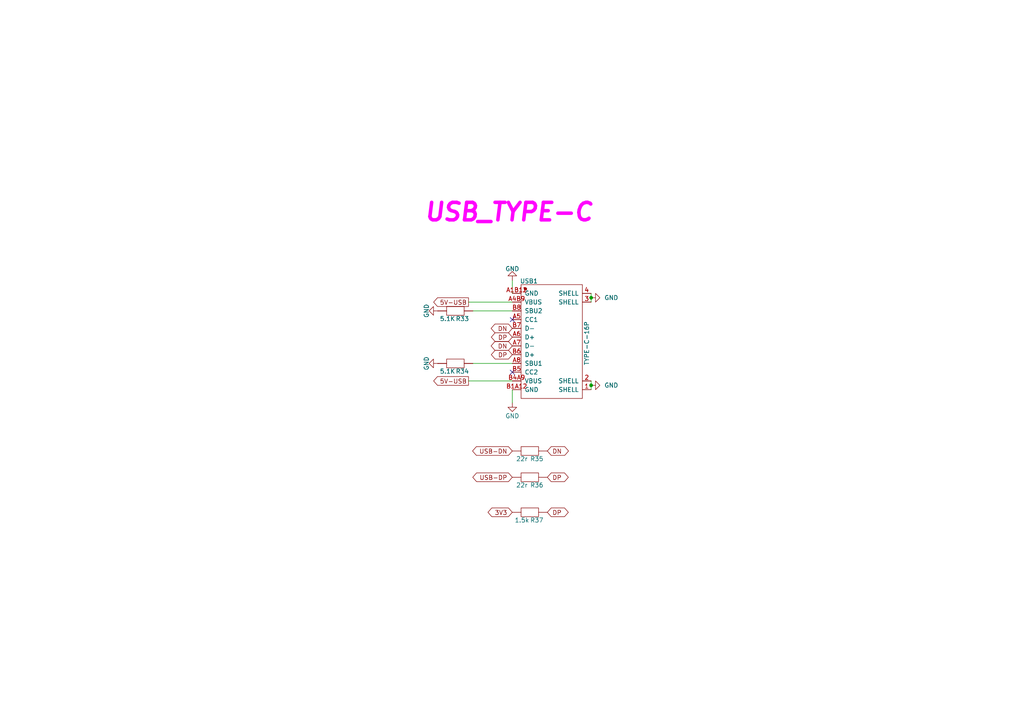
<source format=kicad_sch>
(kicad_sch (version 20231120) (generator "eeschema") (generator_version "8.0")
  (paper "A4")
  (title_block (title "USB") (date "2025-01-24") (rev "Dennis_Re_Yoonjiho"))
  (lib_symbols
    (symbol "Ts_Foc_Vo符号库:RES" (pin_numbers hide) (pin_names (offset 1.016) hide)
      (property "Reference" "R" (at -2.286 2.032 0))
      (property "Value" "Value" (at 2.286 2.032 0))
      (symbol "RES_1_1"
        (rectangle (start -2.54 1.27) (end 2.54 -1.27) (stroke (width 0.1524)))
        (pin input line (at -5.08 0 0) (length 2.54) (name "1") (number "1"))
        (pin input line (at 5.08 0 180) (length 2.54) (name "2") (number "2"))
      )
    )
    (symbol "Ts_Foc_Vo符号库:TYPE-C-16P" (pin_names (offset 1.016))
      (property "Reference" "USB" (at -8.382 18.796 0))
      (property "Value" "TYPE-C-16P" (at 9.398 1.27 90))
      (symbol "TYPE-C-16P_1_1"
        (rectangle (start -10.16 17.78) (end 7.62 -15.24) (stroke (width 0.1524)))
        (circle (center -8.89 16.51) (radius 0.381) (stroke (width 0.1524)) (fill (type outline)))
        (pin input line (at 10.16 -12.7 180) (length 2.54) (name "SHELL") (number "1"))
        (pin input line (at 10.16 -10.16 180) (length 2.54) (name "SHELL") (number "2"))
        (pin input line (at 10.16 12.7 180) (length 2.54) (name "SHELL") (number "3"))
        (pin input line (at 10.16 15.24 180) (length 2.54) (name "SHELL") (number "4"))
        (pin input line (at -12.7 15.24 0) (length 2.54) (name "GND") (number "A1B12"))
        (pin input line (at -12.7 12.7 0) (length 2.54) (name "VBUS") (number "A4B9"))
        (pin input line (at -12.7 7.62 0) (length 2.54) (name "CC1") (number "A5"))
        (pin input line (at -12.7 2.54 0) (length 2.54) (name "D+") (number "A6"))
        (pin input line (at -12.7 0 0) (length 2.54) (name "D-") (number "A7"))
        (pin input line (at -12.7 -5.08 0) (length 2.54) (name "SBU1") (number "A8"))
        (pin input line (at -12.7 -12.7 0) (length 2.54) (name "GND") (number "B1A12"))
        (pin input line (at -12.7 -10.16 0) (length 2.54) (name "VBUS") (number "B4A9"))
        (pin input line (at -12.7 -7.62 0) (length 2.54) (name "CC2") (number "B5"))
        (pin input line (at -12.7 -2.54 0) (length 2.54) (name "D+") (number "B6"))
        (pin input line (at -12.7 5.08 0) (length 2.54) (name "D-") (number "B7"))
        (pin input line (at -12.7 10.16 0) (length 2.54) (name "SBU2") (number "B8"))
      )
    )
    (symbol "power:GND" (power) (pin_numbers hide) (pin_names (offset 0) hide)
      (property "Value" "GND" (at 0 -3.81 0))
      (symbol "GND_0_1"
        (polyline (pts (xy 0 0) (xy 0 -1.27) (xy 1.27 -1.27) (xy 0 -2.54) (xy -1.27 -1.27) (xy 0 -1.27)))
      )
      (symbol "GND_1_1"
        (pin power_in line (at 0 0 270) (length 0) (name "~") (number "1"))
      )
    )
  )
  (junction (at 171.45 86.36))
  (junction (at 171.45 111.76))
  (no_connect (at 148.59 107.95))
  (no_connect (at 148.59 92.71))
  (wire (pts (xy 171.45 111.76) (xy 171.45 113.03)))
  (wire (pts (xy 171.45 85.09) (xy 171.45 86.36)))
  (wire (pts (xy 148.59 81.28) (xy 148.59 85.09)))
  (wire (pts (xy 137.16 90.17) (xy 148.59 90.17)))
  (wire (pts (xy 135.89 87.63) (xy 148.59 87.63)))
  (wire (pts (xy 135.89 110.49) (xy 148.59 110.49)))
  (wire (pts (xy 171.45 110.49) (xy 171.45 111.76)))
  (wire (pts (xy 171.45 86.36) (xy 171.45 87.63)))
  (wire (pts (xy 137.16 105.41) (xy 148.59 105.41)))
  (wire (pts (xy 148.59 116.84) (xy 148.59 113.03)))
  (text "USB_TYPE-C" (exclude_from_sim yes) (at 147.574 61.722 0) (effects (font (size 5.08 5.08) (thickness 1.016) (bold yes) (italic yes))))
  (global_label "DN" (shape bidirectional) (at 148.59 95.25 180) (property "Intersheetrefs" "${INTERSHEET_REFS}" (effects (hide yes))))
  (global_label "DP" (shape bidirectional) (at 148.59 102.87 180) (property "Intersheetrefs" "${INTERSHEET_REFS}" (effects (hide yes))))
  (global_label "5V-USB" (shape output) (at 135.89 110.49 180) (property "Intersheetrefs" "${INTERSHEET_REFS}" (effects (hide yes))))
  (global_label "USB-DP" (shape bidirectional) (at 148.59 138.43 180) (property "Intersheetrefs" "${INTERSHEET_REFS}" (effects (hide yes))))
  (global_label "USB-DN" (shape bidirectional) (at 148.59 130.81 180) (property "Intersheetrefs" "${INTERSHEET_REFS}" (effects (hide yes))))
  (global_label "3V3" (shape bidirectional) (at 148.59 148.59 180) (property "Intersheetrefs" "${INTERSHEET_REFS}" (effects (hide yes))))
  (global_label "DP" (shape bidirectional) (at 158.75 138.43 0) (property "Intersheetrefs" "${INTERSHEET_REFS}" (effects (hide yes))))
  (global_label "DN" (shape bidirectional) (at 158.75 130.81 0) (property "Intersheetrefs" "${INTERSHEET_REFS}" (effects (hide yes))))
  (global_label "5V-USB" (shape output) (at 135.89 87.63 180) (property "Intersheetrefs" "${INTERSHEET_REFS}" (effects (hide yes))))
  (global_label "DN" (shape bidirectional) (at 148.59 100.33 180) (property "Intersheetrefs" "${INTERSHEET_REFS}" (effects (hide yes))))
  (global_label "DP" (shape bidirectional) (at 158.75 148.59 0) (property "Intersheetrefs" "${INTERSHEET_REFS}" (effects (hide yes))))
  (global_label "DP" (shape bidirectional) (at 148.59 97.79 180) (property "Intersheetrefs" "${INTERSHEET_REFS}" (effects (hide yes))))
  (symbol (lib_id "power:GND") (at 148.59 81.28 180) (unit 1)
    (property "Reference" "#PWR042" (effects (hide yes)))
    (property "Value" "GND" (at 148.59 77.978 0))
    (property "Description" "Power symbol creates a global label with name \"GND\" , ground" (effects (hide yes)))
  )
  (symbol (lib_id "Ts_Foc_Vo符号库:RES") (at 153.67 148.59 0) (unit 1)
    (property "Reference" "R37" (at 155.702 150.876 0))
    (property "Value" "1.5k" (at 151.384 150.876 0))
    (property "Footprint" "Ts_Foc_Vo封装库:Res_0402" (effects (hide yes)))
    (property "SuppliersPartNumber" "C5200633" (effects (hide yes)))
    (property "uuid" "std:0c78b8f437b74d4badbc2695159e48f2" (effects (hide yes)))
  )
  (symbol (lib_id "Ts_Foc_Vo符号库:TYPE-C-16P") (at 161.29 100.33 0) (unit 1)
    (property "Reference" "USB1" (at 153.416 81.534 0))
    (property "Value" "TYPE-C-16P" (at 170.18 99.568 90))
    (property "Footprint" "Ts_Foc_Vo封装库:USB-C-16P-SMD" (effects (hide yes)))
    (property "SuppliersPartNumber" "C2997433" (effects (hide yes)))
    (property "uuid" "std:67480e8a04024e84947abb12cc4048b0" (effects (hide yes)))
  )
  (symbol (lib_id "power:GND") (at 171.45 86.36 90) (unit 1)
    (property "Reference" "#PWR040" (effects (hide yes)))
    (property "Value" "GND" (at 175.26 86.3599 90) (effects (justify right)))
    (property "Description" "Power symbol creates a global label with name \"GND\" , ground" (effects (hide yes)))
  )
  (symbol (lib_id "power:GND") (at 127 105.41 270) (unit 1)
    (property "Reference" "#PWR045" (effects (hide yes)))
    (property "Value" "GND" (at 123.698 105.41 0))
    (property "Description" "Power symbol creates a global label with name \"GND\" , ground" (effects (hide yes)))
  )
  (symbol (lib_id "Ts_Foc_Vo符号库:RES") (at 132.08 90.17 0) (unit 1)
    (property "Reference" "R33" (at 134.112 92.456 0))
    (property "Value" "5.1K" (at 129.794 92.456 0))
    (property "Footprint" "Ts_Foc_Vo封装库:Res_0402" (effects (hide yes)))
    (property "SuppliersPartNumber" "C5200633" (effects (hide yes)))
    (property "uuid" "std:0c78b8f437b74d4badbc2695159e48f2" (effects (hide yes)))
  )
  (symbol (lib_id "Ts_Foc_Vo符号库:RES") (at 132.08 105.41 0) (unit 1)
    (property "Reference" "R34" (at 134.112 107.696 0))
    (property "Value" "5.1K" (at 129.794 107.696 0))
    (property "Footprint" "Ts_Foc_Vo封装库:Res_0402" (effects (hide yes)))
    (property "SuppliersPartNumber" "C5200633" (effects (hide yes)))
    (property "uuid" "std:0c78b8f437b74d4badbc2695159e48f2" (effects (hide yes)))
  )
  (symbol (lib_id "Ts_Foc_Vo符号库:RES") (at 153.67 138.43 0) (unit 1)
    (property "Reference" "R36" (at 155.702 140.716 0))
    (property "Value" "22r" (at 151.384 140.716 0))
    (property "Footprint" "Ts_Foc_Vo封装库:Res_0402" (effects (hide yes)))
    (property "SuppliersPartNumber" "C5200633" (effects (hide yes)))
    (property "uuid" "std:0c78b8f437b74d4badbc2695159e48f2" (effects (hide yes)))
  )
  (symbol (lib_id "power:GND") (at 148.59 116.84 0) (unit 1)
    (property "Reference" "#PWR043" (effects (hide yes)))
    (property "Value" "GND" (at 148.59 120.65 0))
    (property "Description" "Power symbol creates a global label with name \"GND\" , ground" (effects (hide yes)))
  )
  (symbol (lib_id "power:GND") (at 127 90.17 270) (unit 1)
    (property "Reference" "#PWR044" (effects (hide yes)))
    (property "Value" "GND" (at 123.698 90.17 0))
    (property "Description" "Power symbol creates a global label with name \"GND\" , ground" (effects (hide yes)))
  )
  (symbol (lib_id "power:GND") (at 171.45 111.76 90) (unit 1)
    (property "Reference" "#PWR041" (effects (hide yes)))
    (property "Value" "GND" (at 175.26 111.7599 90) (effects (justify right)))
    (property "Description" "Power symbol creates a global label with name \"GND\" , ground" (effects (hide yes)))
  )
  (symbol (lib_id "Ts_Foc_Vo符号库:RES") (at 153.67 130.81 0) (unit 1)
    (property "Reference" "R35" (at 155.702 133.096 0))
    (property "Value" "22r" (at 151.384 133.096 0))
    (property "Footprint" "Ts_Foc_Vo封装库:Res_0402" (effects (hide yes)))
    (property "SuppliersPartNumber" "C5200633" (effects (hide yes)))
    (property "uuid" "std:0c78b8f437b74d4badbc2695159e48f2" (effects (hide yes)))
  )
)
</source>
